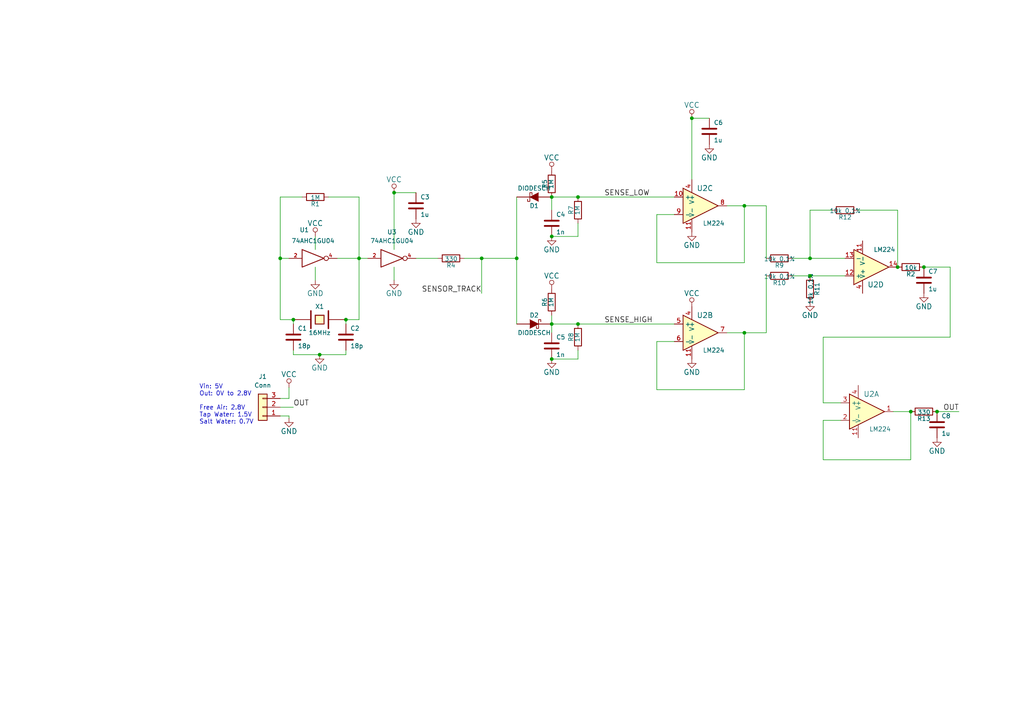
<source format=kicad_sch>
(kicad_sch (version 20211123) (generator eeschema)
  (paper "A4")
  (lib_symbols
    (symbol "74xGxx:74AHC1GU04" (pin_names (offset 1.016))
      (property "Reference" "U" (at -2.54 3.81 0))
      (property "Value" "74AHC1GU04" (at 0 -3.81 0))
      (symbol "74AHC1GU04_0_1"
        (polyline (pts (xy -3.81 2.54) (xy -3.81 -2.54) (xy 2.54 0) (xy -3.81 2.54)) (stroke (width 0.254)))
      )
      (symbol "74AHC1GU04_1_1"
        (pin input line (at -7.62 0 0) (length 3.81) (name "~") (number "2"))
        (pin power_in line (at 0 -2.54 270) (length 0) hide (name "GND") (number "3"))
        (pin output inverted (at 6.35 0 180) (length 3.81) (name "~") (number "4"))
        (pin power_in line (at 0 2.54 90) (length 0) hide (name "VCC") (number "5"))
      )
    )
    (symbol "Connector_Generic:Conn_01x03" (pin_names (offset 1.016) hide)
      (property "Reference" "J" (at 0 5.08 0))
      (property "Value" "Conn_01x03" (at 0 -5.08 0))
      (symbol "Conn_01x03_1_1"
        (rectangle (start -1.27 -2.413) (end 0 -2.667) (stroke (width 0.1524)))
        (rectangle (start -1.27 0.127) (end 0 -0.127) (stroke (width 0.1524)))
        (rectangle (start -1.27 2.667) (end 0 2.413) (stroke (width 0.1524)))
        (rectangle (start -1.27 3.81) (end 1.27 -3.81) (stroke (width 0.254)) (fill (type background)))
        (pin passive line (at -5.08 2.54 0) (length 3.81) (name "Pin_1") (number "1"))
        (pin passive line (at -5.08 0 0) (length 3.81) (name "Pin_2") (number "2"))
        (pin passive line (at -5.08 -2.54 0) (length 3.81) (name "Pin_3") (number "3"))
      )
    )
    (symbol "analog-moist-sensor-rescue:C" (pin_numbers hide) (pin_names (offset 0.254))
      (property "Reference" "C" (at 0.635 2.54 0))
      (property "Value" "C" (at 0.635 -2.54 0))
      (symbol "C_0_1"
        (polyline (pts (xy -2.032 -0.762) (xy 2.032 -0.762)) (stroke (width 0.508)))
        (polyline (pts (xy -2.032 0.762) (xy 2.032 0.762)) (stroke (width 0.508)))
      )
      (symbol "C_1_1"
        (pin passive line (at 0 3.81 270) (length 2.794) (name "~") (number "1"))
        (pin passive line (at 0 -3.81 90) (length 2.794) (name "~") (number "2"))
      )
    )
    (symbol "analog-moist-sensor-rescue:CRYSTAL" (pin_numbers hide) (pin_names (offset 1.016) hide)
      (property "Reference" "X" (at 0 3.81 0))
      (property "Value" "CRYSTAL" (at 0 -3.81 0))
      (symbol "CRYSTAL_0_1"
        (polyline (pts (xy -2.54 2.54) (xy -2.54 -2.54)) (stroke (width 0.4064)))
        (polyline (pts (xy 2.54 2.54) (xy 2.54 -2.54)) (stroke (width 0.4064)))
        (polyline (pts (xy -1.27 1.27) (xy 1.27 1.27) (xy 1.27 -1.27) (xy -1.27 -1.27) (xy -1.27 1.27)) (stroke (width 0.3048)) (fill (type background)))
      )
      (symbol "CRYSTAL_1_1"
        (pin passive line (at -7.62 0 0) (length 5.08) (name "1") (number "1"))
        (pin passive line (at 7.62 0 180) (length 5.08) (name "2") (number "2"))
      )
    )
    (symbol "analog-moist-sensor-rescue:DIODESCH" (pin_numbers hide) (pin_names (offset 1.016) hide)
      (property "Reference" "D" (at 0 2.54 0))
      (property "Value" "DIODESCH" (at 0 -2.54 0))
      (symbol "DIODESCH_0_1"
        (polyline (pts (xy -1.27 1.27) (xy 1.27 0) (xy -1.27 -1.27)) (fill (type outline)))
        (polyline (pts (xy 1.905 0.635) (xy 1.905 1.27) (xy 1.27 1.27) (xy 1.27 -1.27) (xy 0.635 -1.27) (xy 0.635 -0.635)) (stroke (width 0.2032)))
      )
      (symbol "DIODESCH_1_1"
        (pin passive line (at -5.08 0 0) (length 3.81) (name "A") (number "1"))
        (pin passive line (at 5.08 0 180) (length 3.81) (name "K") (number "2"))
      )
    )
    (symbol "analog-moist-sensor-rescue:GND" (power) (pin_names (offset 0))
      (property "Value" "GND" (at 0 -3.81 0))
      (symbol "GND_0_1"
        (polyline (pts (xy 0 0) (xy 0 -1.27) (xy 1.27 -1.27) (xy 0 -2.54) (xy -1.27 -1.27) (xy 0 -1.27)))
      )
      (symbol "GND_1_1"
        (pin power_in line (at 0 0 270) (length 0) hide (name "GND") (number "1"))
      )
    )
    (symbol "analog-moist-sensor-rescue:LM324"
      (property "Reference" "U" (at 0 5.08 0))
      (property "Value" "LM324" (at 0 -5.08 0))
      (symbol "LM324_0_1"
        (polyline (pts (xy -5.08 5.08) (xy 5.08 0) (xy -5.08 -5.08) (xy -5.08 5.08)) (stroke (width 0.254)) (fill (type background)))
        (pin power_in line (at -2.54 -7.62 90) (length 3.81) (name "V-") (number "11"))
        (pin power_in line (at -2.54 7.62 270) (length 3.81) (name "V+") (number "4"))
      )
      (symbol "LM324_1_1"
        (pin output line (at 7.62 0 180) (length 2.54) (name "~") (number "1"))
        (pin input line (at -7.62 -2.54 0) (length 2.54) (name "-") (number "2"))
        (pin input line (at -7.62 2.54 0) (length 2.54) (name "+") (number "3"))
      )
      (symbol "LM324_2_1"
        (pin input line (at -7.62 2.54 0) (length 2.54) (name "+") (number "5"))
        (pin input line (at -7.62 -2.54 0) (length 2.54) (name "-") (number "6"))
        (pin output line (at 7.62 0 180) (length 2.54) (name "~") (number "7"))
      )
      (symbol "LM324_3_1"
        (pin input line (at -7.62 2.54 0) (length 2.54) (name "+") (number "10"))
        (pin output line (at 7.62 0 180) (length 2.54) (name "~") (number "8"))
        (pin input line (at -7.62 -2.54 0) (length 2.54) (name "-") (number "9"))
      )
      (symbol "LM324_4_1"
        (pin input line (at -7.62 2.54 0) (length 2.54) (name "+") (number "12"))
        (pin input line (at -7.62 -2.54 0) (length 2.54) (name "-") (number "13"))
        (pin output line (at 7.62 0 180) (length 2.54) (name "~") (number "14"))
      )
    )
    (symbol "analog-moist-sensor-rescue:R" (pin_numbers hide) (pin_names (offset 0))
      (property "Reference" "R" (at 2.032 0 90))
      (property "Value" "R" (at 0 0 90))
      (symbol "R_0_1"
        (rectangle (start -1.016 -2.54) (end 1.016 2.54) (stroke (width 0.254)))
      )
      (symbol "R_1_1"
        (pin passive line (at 0 3.81 270) (length 1.27) (name "~") (number "1"))
        (pin passive line (at 0 -3.81 90) (length 1.27) (name "~") (number "2"))
      )
    )
    (symbol "analog-moist-sensor-rescue:VCC" (power) (pin_names (offset 0))
      (property "Value" "VCC" (at 0 3.81 0))
      (symbol "VCC_0_1"
        (polyline (pts (xy 0 0) (xy 0 1.27)))
        (circle (center 0 1.905) (radius 0.635))
      )
      (symbol "VCC_1_1"
        (pin power_in line (at 0 0 90) (length 0) hide (name "VCC") (number "1"))
      )
    )
  )
  (junction (at 160.02 68.58))
  (junction (at 160.02 104.14))
  (junction (at 85.09 92.71))
  (junction (at 267.97 77.47))
  (junction (at 104.14 74.93))
  (junction (at 167.64 93.98))
  (junction (at 200.66 34.29))
  (junction (at 81.28 74.93))
  (junction (at 234.95 80.01))
  (junction (at 271.78 119.38))
  (junction (at 160.02 93.98))
  (junction (at 160.02 57.15))
  (junction (at 215.9 59.69))
  (junction (at 260.35 77.47))
  (junction (at 215.9 96.52))
  (junction (at 234.95 74.93))
  (junction (at 92.71 102.87))
  (junction (at 139.7 74.93))
  (junction (at 264.16 119.38))
  (junction (at 114.3 55.88))
  (junction (at 100.33 92.71))
  (junction (at 149.86 74.93))
  (junction (at 167.64 57.15))
  (wire (pts (xy 160.02 93.98) (xy 167.64 93.98)))
  (wire (pts (xy 234.95 74.93) (xy 245.11 74.93)))
  (wire (pts (xy 190.5 62.23) (xy 195.58 62.23)))
  (wire (pts (xy 81.28 92.71) (xy 85.09 92.71)))
  (wire (pts (xy 260.35 60.96) (xy 260.35 77.47)))
  (wire (pts (xy 264.16 119.38) (xy 259.08 119.38)))
  (wire (pts (xy 167.64 57.15) (xy 195.58 57.15)))
  (wire (pts (xy 85.09 92.71) (xy 85.09 93.98)))
  (wire (pts (xy 234.95 60.96) (xy 241.3 60.96)))
  (wire (pts (xy 167.64 93.98) (xy 195.58 93.98)))
  (wire (pts (xy 190.5 76.2) (xy 215.9 76.2)))
  (wire (pts (xy 104.14 57.15) (xy 104.14 74.93)))
  (wire (pts (xy 83.82 112.395) (xy 83.82 115.57)))
  (wire (pts (xy 160.02 57.15) (xy 160.02 60.96)))
  (wire (pts (xy 190.5 99.06) (xy 195.58 99.06)))
  (wire (pts (xy 114.3 55.88) (xy 120.65 55.88)))
  (wire (pts (xy 238.76 97.79) (xy 238.76 116.84)))
  (wire (pts (xy 275.59 77.47) (xy 275.59 97.79)))
  (wire (pts (xy 114.3 77.47) (xy 114.3 81.28)))
  (wire (pts (xy 81.28 115.57) (xy 83.82 115.57)))
  (wire (pts (xy 81.28 74.93) (xy 81.28 92.71)))
  (wire (pts (xy 215.9 76.2) (xy 215.9 59.69)))
  (wire (pts (xy 215.9 96.52) (xy 222.25 96.52)))
  (wire (pts (xy 190.5 113.03) (xy 215.9 113.03)))
  (wire (pts (xy 139.7 74.93) (xy 139.7 85.09)))
  (wire (pts (xy 97.79 74.93) (xy 104.14 74.93)))
  (wire (pts (xy 248.92 60.96) (xy 260.35 60.96)))
  (wire (pts (xy 120.65 74.93) (xy 127 74.93)))
  (wire (pts (xy 114.3 55.88) (xy 114.3 72.39)))
  (wire (pts (xy 222.25 59.69) (xy 222.25 74.93)))
  (wire (pts (xy 104.14 74.93) (xy 104.14 92.71)))
  (wire (pts (xy 81.28 74.93) (xy 83.82 74.93)))
  (wire (pts (xy 139.7 74.93) (xy 149.86 74.93)))
  (wire (pts (xy 134.62 74.93) (xy 139.7 74.93)))
  (wire (pts (xy 167.64 68.58) (xy 160.02 68.58)))
  (wire (pts (xy 100.33 92.71) (xy 100.33 93.98)))
  (wire (pts (xy 229.87 80.01) (xy 234.95 80.01)))
  (wire (pts (xy 210.82 59.69) (xy 215.9 59.69)))
  (wire (pts (xy 222.25 96.52) (xy 222.25 80.01)))
  (wire (pts (xy 160.02 104.14) (xy 167.64 104.14)))
  (wire (pts (xy 167.64 104.14) (xy 167.64 101.6)))
  (wire (pts (xy 100.33 102.87) (xy 100.33 101.6)))
  (wire (pts (xy 160.02 91.44) (xy 160.02 93.98)))
  (wire (pts (xy 92.71 102.87) (xy 100.33 102.87)))
  (wire (pts (xy 91.44 68.58) (xy 91.44 72.39)))
  (wire (pts (xy 200.66 34.29) (xy 200.66 52.07)))
  (wire (pts (xy 160.02 57.15) (xy 167.64 57.15)))
  (wire (pts (xy 210.82 96.52) (xy 215.9 96.52)))
  (wire (pts (xy 149.86 74.93) (xy 149.86 93.98)))
  (wire (pts (xy 81.28 118.11) (xy 85.09 118.11)))
  (wire (pts (xy 234.95 80.01) (xy 245.11 80.01)))
  (wire (pts (xy 190.5 62.23) (xy 190.5 76.2)))
  (wire (pts (xy 238.76 133.35) (xy 264.16 133.35)))
  (wire (pts (xy 81.28 120.65) (xy 83.82 120.65)))
  (wire (pts (xy 81.28 57.15) (xy 81.28 74.93)))
  (wire (pts (xy 215.9 59.69) (xy 222.25 59.69)))
  (wire (pts (xy 267.97 77.47) (xy 275.59 77.47)))
  (wire (pts (xy 160.02 93.98) (xy 160.02 96.52)))
  (wire (pts (xy 85.09 102.87) (xy 92.71 102.87)))
  (wire (pts (xy 95.25 57.15) (xy 104.14 57.15)))
  (wire (pts (xy 167.64 68.58) (xy 167.64 64.77)))
  (wire (pts (xy 264.16 133.35) (xy 264.16 119.38)))
  (wire (pts (xy 104.14 92.71) (xy 100.33 92.71)))
  (wire (pts (xy 238.76 97.79) (xy 275.59 97.79)))
  (wire (pts (xy 238.76 121.92) (xy 238.76 133.35)))
  (wire (pts (xy 238.76 116.84) (xy 243.84 116.84)))
  (wire (pts (xy 83.82 121.285) (xy 83.82 120.65)))
  (wire (pts (xy 215.9 113.03) (xy 215.9 96.52)))
  (wire (pts (xy 81.28 57.15) (xy 87.63 57.15)))
  (wire (pts (xy 104.14 74.93) (xy 106.68 74.93)))
  (wire (pts (xy 234.95 74.93) (xy 234.95 60.96)))
  (wire (pts (xy 91.44 77.47) (xy 91.44 81.28)))
  (wire (pts (xy 229.87 74.93) (xy 234.95 74.93)))
  (wire (pts (xy 190.5 99.06) (xy 190.5 113.03)))
  (wire (pts (xy 238.76 121.92) (xy 243.84 121.92)))
  (wire (pts (xy 205.74 34.29) (xy 200.66 34.29)))
  (wire (pts (xy 149.86 57.15) (xy 149.86 74.93)))
  (wire (pts (xy 85.09 101.6) (xy 85.09 102.87)))
  (wire (pts (xy 271.78 119.38) (xy 278.13 119.38)))
  (text "Vin: 5V\nOut: 0V to 2.8V\n\nFree Air: 2.8V \nTap Water: 1.5V\nSalt Water: 0.7V\n" (at 57.785 123.19 0) (effects (font (size 1.27 1.27)) (justify left bottom)))
  (label "SENSOR_TRACK" (at 139.7 85.09 180) (effects (font (size 1.524 1.524))))
  (label "OUT" (at 85.09 118.11 0) (effects (font (size 1.524 1.524))))
  (label "SENSE_LOW" (at 175.26 57.15 0) (effects (font (size 1.524 1.524))))
  (label "OUT" (at 278.13 119.38 180) (effects (font (size 1.524 1.524))))
  (label "SENSE_HIGH" (at 175.26 93.98 0) (effects (font (size 1.524 1.524))))
  (symbol (lib_id "analog-moist-sensor-rescue:CRYSTAL") (at 92.71 92.71 0) (unit 1)
    (property "Reference" "X1" (at 92.71 88.9 0))
    (property "Value" "16MHz" (at 92.71 96.52 0))
    (property "Footprint" "Crystal:Crystal_SMD_HC49-SD" (effects hide))
  )
  (symbol (lib_id "analog-moist-sensor-rescue:GND") (at 91.44 81.28 0) (unit 1)
    (property "Reference" "#PWR01" (effects hide))
    (property "Value" "GND" (at 91.44 85.09 0) (effects (font (size 1.524 1.524))))
  )
  (symbol (lib_id "analog-moist-sensor-rescue:VCC") (at 91.44 68.58 0) (unit 1)
    (property "Reference" "#PWR02" (effects hide))
    (property "Value" "VCC" (at 91.44 64.77 0) (effects (font (size 1.524 1.524))))
  )
  (symbol (lib_id "analog-moist-sensor-rescue:C") (at 85.09 97.79 0) (unit 1)
    (property "Reference" "C1" (at 86.36 95.25 0) (effects (justify left)))
    (property "Value" "18p" (at 86.36 100.33 0) (effects (justify left)))
    (property "Footprint" "Capacitor_SMD:C_0603_1608Metric_Pad1.08x0.95mm_HandSolder" (effects hide))
  )
  (symbol (lib_id "analog-moist-sensor-rescue:C") (at 100.33 97.79 0) (unit 1)
    (property "Reference" "C2" (at 101.6 95.25 0) (effects (justify left)))
    (property "Value" "18p" (at 101.6 100.33 0) (effects (justify left)))
    (property "Footprint" "Capacitor_SMD:C_0603_1608Metric_Pad1.08x0.95mm_HandSolder" (effects hide))
  )
  (symbol (lib_id "analog-moist-sensor-rescue:R") (at 91.44 57.15 270) (unit 1)
    (property "Reference" "R1" (at 91.44 59.182 90))
    (property "Value" "1M" (at 91.4654 57.3278 90))
    (property "Footprint" "Resistor_SMD:R_0603_1608Metric_Pad0.98x0.95mm_HandSolder" (effects hide))
  )
  (symbol (lib_id "analog-moist-sensor-rescue:GND") (at 92.71 102.87 0) (unit 1)
    (property "Reference" "#PWR03" (effects hide))
    (property "Value" "GND" (at 92.71 106.68 0) (effects (font (size 1.524 1.524))))
  )
  (symbol (lib_id "analog-moist-sensor-rescue:VCC") (at 114.3 55.88 0) (unit 1)
    (property "Reference" "#PWR04" (effects hide))
    (property "Value" "VCC" (at 114.3 52.07 0) (effects (font (size 1.524 1.524))))
  )
  (symbol (lib_id "analog-moist-sensor-rescue:GND") (at 114.3 81.28 0) (unit 1)
    (property "Reference" "#PWR05" (effects hide))
    (property "Value" "GND" (at 114.3 85.09 0) (effects (font (size 1.524 1.524))))
  )
  (symbol (lib_id "analog-moist-sensor-rescue:C") (at 120.65 59.69 0) (unit 1)
    (property "Reference" "C3" (at 121.92 57.15 0) (effects (justify left)))
    (property "Value" "1u" (at 121.92 62.23 0) (effects (justify left)))
    (property "Footprint" "Capacitor_SMD:C_0603_1608Metric_Pad1.08x0.95mm_HandSolder" (effects hide))
  )
  (symbol (lib_id "analog-moist-sensor-rescue:GND") (at 120.65 63.5 0) (unit 1)
    (property "Reference" "#PWR06" (effects hide))
    (property "Value" "GND" (at 120.65 67.31 0) (effects (font (size 1.524 1.524))))
  )
  (symbol (lib_id "analog-moist-sensor-rescue:DIODESCH") (at 154.94 57.15 180) (unit 1)
    (property "Reference" "D1" (at 154.94 59.69 0))
    (property "Value" "DIODESCH" (at 154.94 54.61 0))
    (property "Footprint" "Diode_SMD:D_SOD-123" (effects hide))
  )
  (symbol (lib_id "analog-moist-sensor-rescue:DIODESCH") (at 154.94 93.98 0) (unit 1)
    (property "Reference" "D2" (at 154.94 91.44 0))
    (property "Value" "DIODESCH" (at 154.94 96.52 0))
    (property "Footprint" "Diode_SMD:D_SOD-123" (effects hide))
  )
  (symbol (lib_id "analog-moist-sensor-rescue:R") (at 130.81 74.93 270) (unit 1)
    (property "Reference" "R4" (at 130.81 76.962 90))
    (property "Value" "330" (at 130.8354 75.1078 90))
    (property "Footprint" "Resistor_SMD:R_0603_1608Metric_Pad0.98x0.95mm_HandSolder" (effects hide))
  )
  (symbol (lib_id "analog-moist-sensor-rescue:VCC") (at 160.02 49.53 0) (unit 1)
    (property "Reference" "#PWR07" (effects hide))
    (property "Value" "VCC" (at 160.02 45.72 0) (effects (font (size 1.524 1.524))))
  )
  (symbol (lib_id "analog-moist-sensor-rescue:R") (at 160.02 53.34 180) (unit 1)
    (property "Reference" "R5" (at 157.988 53.34 90))
    (property "Value" "1M" (at 159.8422 53.3654 90))
    (property "Footprint" "Resistor_SMD:R_0603_1608Metric_Pad0.98x0.95mm_HandSolder" (effects hide))
  )
  (symbol (lib_id "analog-moist-sensor-rescue:R") (at 167.64 97.79 180) (unit 1)
    (property "Reference" "R8" (at 165.608 97.79 90))
    (property "Value" "1M" (at 167.4622 97.8154 90))
    (property "Footprint" "Resistor_SMD:R_0603_1608Metric_Pad0.98x0.95mm_HandSolder" (effects hide))
  )
  (symbol (lib_id "analog-moist-sensor-rescue:GND") (at 160.02 104.14 0) (unit 1)
    (property "Reference" "#PWR08" (effects hide))
    (property "Value" "GND" (at 160.02 107.95 0) (effects (font (size 1.524 1.524))))
  )
  (symbol (lib_id "analog-moist-sensor-rescue:C") (at 160.02 64.77 0) (unit 1)
    (property "Reference" "C4" (at 161.29 62.23 0) (effects (justify left)))
    (property "Value" "1n" (at 161.29 67.31 0) (effects (justify left)))
    (property "Footprint" "Capacitor_SMD:C_0603_1608Metric_Pad1.08x0.95mm_HandSolder" (effects hide))
  )
  (symbol (lib_id "analog-moist-sensor-rescue:GND") (at 160.02 68.58 0) (unit 1)
    (property "Reference" "#PWR09" (effects hide))
    (property "Value" "GND" (at 160.02 72.39 0) (effects (font (size 1.524 1.524))))
  )
  (symbol (lib_id "analog-moist-sensor-rescue:R") (at 167.64 60.96 180) (unit 1)
    (property "Reference" "R7" (at 165.608 60.96 90))
    (property "Value" "1M" (at 167.4622 60.9854 90))
    (property "Footprint" "Resistor_SMD:R_0603_1608Metric_Pad0.98x0.95mm_HandSolder" (effects hide))
  )
  (symbol (lib_id "analog-moist-sensor-rescue:C") (at 160.02 100.33 0) (unit 1)
    (property "Reference" "C5" (at 161.29 97.79 0) (effects (justify left)))
    (property "Value" "1n" (at 161.29 102.87 0) (effects (justify left)))
    (property "Footprint" "Capacitor_SMD:C_0603_1608Metric_Pad1.08x0.95mm_HandSolder" (effects hide))
  )
  (symbol (lib_id "analog-moist-sensor-rescue:R") (at 160.02 87.63 180) (unit 1)
    (property "Reference" "R6" (at 157.988 87.63 90))
    (property "Value" "1M" (at 159.8422 87.6554 90))
    (property "Footprint" "Resistor_SMD:R_0603_1608Metric_Pad0.98x0.95mm_HandSolder" (effects hide))
  )
  (symbol (lib_id "analog-moist-sensor-rescue:VCC") (at 160.02 83.82 0) (unit 1)
    (property "Reference" "#PWR010" (effects hide))
    (property "Value" "VCC" (at 160.02 80.01 0) (effects (font (size 1.524 1.524))))
  )
  (symbol (lib_id "analog-moist-sensor-rescue:VCC") (at 200.66 34.29 0) (unit 1)
    (property "Reference" "#PWR016" (effects hide))
    (property "Value" "VCC" (at 200.66 30.48 0) (effects (font (size 1.524 1.524))))
  )
  (symbol (lib_id "analog-moist-sensor-rescue:C") (at 205.74 38.1 0) (unit 1)
    (property "Reference" "C6" (at 207.01 35.56 0) (effects (justify left)))
    (property "Value" "1u" (at 207.01 40.64 0) (effects (justify left)))
    (property "Footprint" "Capacitor_SMD:C_0603_1608Metric_Pad1.08x0.95mm_HandSolder" (effects hide))
  )
  (symbol (lib_id "analog-moist-sensor-rescue:GND") (at 205.74 41.91 0) (unit 1)
    (property "Reference" "#PWR017" (effects hide))
    (property "Value" "GND" (at 205.74 45.72 0) (effects (font (size 1.524 1.524))))
  )
  (symbol (lib_id "analog-moist-sensor-rescue:GND") (at 200.66 67.31 0) (unit 1)
    (property "Reference" "#PWR018" (effects hide))
    (property "Value" "GND" (at 200.66 71.12 0) (effects (font (size 1.524 1.524))))
  )
  (symbol (lib_id "analog-moist-sensor-rescue:GND") (at 200.66 104.14 0) (unit 1)
    (property "Reference" "#PWR019" (effects hide))
    (property "Value" "GND" (at 200.66 107.95 0) (effects (font (size 1.524 1.524))))
  )
  (symbol (lib_id "analog-moist-sensor-rescue:VCC") (at 200.66 88.9 0) (unit 1)
    (property "Reference" "#PWR020" (effects hide))
    (property "Value" "VCC" (at 200.66 85.09 0) (effects (font (size 1.524 1.524))))
  )
  (symbol (lib_id "analog-moist-sensor-rescue:LM324") (at 203.2 96.52 0) (unit 2)
    (property "Reference" "U2" (at 204.47 91.44 0) (effects (font (size 1.524 1.524))))
    (property "Value" "LM224" (at 207.01 101.6 0))
    (property "Footprint" "Package_SO:SO-14_5.3x10.2mm_P1.27mm" (effects hide))
  )
  (symbol (lib_id "analog-moist-sensor-rescue:LM324") (at 252.73 77.47 0) (mirror x) (unit 4)
    (property "Reference" "U2" (at 254 82.55 0) (effects (font (size 1.524 1.524))))
    (property "Value" "LM224" (at 256.54 72.39 0))
    (property "Footprint" "Package_SO:SO-14_5.3x10.2mm_P1.27mm" (effects hide))
  )
  (symbol (lib_id "analog-moist-sensor-rescue:LM324") (at 251.46 119.38 0) (unit 1)
    (property "Reference" "U2" (at 252.73 114.3 0) (effects (font (size 1.524 1.524))))
    (property "Value" "LM224" (at 255.27 124.46 0))
    (property "Footprint" "Package_SO:SO-14_5.3x10.2mm_P1.27mm" (effects hide))
  )
  (symbol (lib_id "analog-moist-sensor-rescue:LM324") (at 203.2 59.69 0) (unit 3)
    (property "Reference" "U2" (at 204.47 54.61 0) (effects (font (size 1.524 1.524))))
    (property "Value" "LM224" (at 207.01 64.77 0))
    (property "Footprint" "Package_SO:SO-14_5.3x10.2mm_P1.27mm" (effects hide))
  )
  (symbol (lib_id "analog-moist-sensor-rescue:R") (at 226.06 74.93 270) (unit 1)
    (property "Reference" "R9" (at 226.06 76.962 90))
    (property "Value" "10k 0.1%" (at 226.0854 75.1078 90))
    (property "Footprint" "Resistor_SMD:R_0603_1608Metric_Pad0.98x0.95mm_HandSolder" (effects hide))
  )
  (symbol (lib_id "analog-moist-sensor-rescue:R") (at 226.06 80.01 270) (unit 1)
    (property "Reference" "R10" (at 226.06 82.042 90))
    (property "Value" "10k 0.1%" (at 226.0854 80.1878 90))
    (property "Footprint" "Resistor_SMD:R_0603_1608Metric_Pad0.98x0.95mm_HandSolder" (effects hide))
  )
  (symbol (lib_id "analog-moist-sensor-rescue:R") (at 234.95 83.82 0) (unit 1)
    (property "Reference" "R11" (at 236.982 83.82 90))
    (property "Value" "10k 0.1%" (at 235.1278 83.7946 90))
    (property "Footprint" "Resistor_SMD:R_0603_1608Metric_Pad0.98x0.95mm_HandSolder" (effects hide))
  )
  (symbol (lib_id "analog-moist-sensor-rescue:GND") (at 234.95 87.63 0) (unit 1)
    (property "Reference" "#PWR021" (effects hide))
    (property "Value" "GND" (at 234.95 91.44 0) (effects (font (size 1.524 1.524))))
  )
  (symbol (lib_id "analog-moist-sensor-rescue:R") (at 245.11 60.96 270) (unit 1)
    (property "Reference" "R12" (at 245.11 62.992 90))
    (property "Value" "10k 0.1%" (at 245.1354 61.1378 90))
    (property "Footprint" "Resistor_SMD:R_0603_1608Metric_Pad0.98x0.95mm_HandSolder" (effects hide))
  )
  (symbol (lib_id "analog-moist-sensor-rescue:R") (at 267.97 119.38 270) (unit 1)
    (property "Reference" "R13" (at 267.97 121.412 90))
    (property "Value" "330" (at 267.9954 119.5578 90))
    (property "Footprint" "Resistor_SMD:R_0603_1608Metric_Pad0.98x0.95mm_HandSolder" (effects hide))
  )
  (symbol (lib_id "analog-moist-sensor-rescue:R") (at 264.16 77.47 270) (unit 1)
    (property "Reference" "R2" (at 264.16 79.502 90))
    (property "Value" "10k" (at 264.1854 77.6478 90))
    (property "Footprint" "Resistor_SMD:R_0603_1608Metric_Pad0.98x0.95mm_HandSolder" (effects hide))
  )
  (symbol (lib_id "analog-moist-sensor-rescue:C") (at 267.97 81.28 0) (unit 1)
    (property "Reference" "C7" (at 269.24 78.74 0) (effects (justify left)))
    (property "Value" "1u" (at 269.24 83.82 0) (effects (justify left)))
    (property "Footprint" "Capacitor_SMD:C_0603_1608Metric_Pad1.08x0.95mm_HandSolder" (effects hide))
  )
  (symbol (lib_id "analog-moist-sensor-rescue:GND") (at 267.97 85.09 0) (unit 1)
    (property "Reference" "#PWR022" (effects hide))
    (property "Value" "GND" (at 267.97 88.9 0) (effects (font (size 1.524 1.524))))
  )
  (symbol (lib_id "analog-moist-sensor-rescue:C") (at 271.78 123.19 0) (unit 1)
    (property "Reference" "C8" (at 273.05 120.65 0) (effects (justify left)))
    (property "Value" "1u" (at 273.05 125.73 0) (effects (justify left)))
    (property "Footprint" "Capacitor_SMD:C_0603_1608Metric_Pad1.08x0.95mm_HandSolder" (effects hide))
  )
  (symbol (lib_id "analog-moist-sensor-rescue:GND") (at 271.78 127 0) (unit 1)
    (property "Reference" "#PWR023" (effects hide))
    (property "Value" "GND" (at 271.78 130.81 0) (effects (font (size 1.524 1.524))))
  )
  (symbol (lib_id "analog-moist-sensor-rescue:GND") (at 83.82 121.285 0) (unit 1)
    (property "Reference" "#PWR0101" (effects hide))
    (property "Value" "GND" (at 83.82 125.095 0) (effects (font (size 1.524 1.524))))
  )
  (symbol (lib_id "analog-moist-sensor-rescue:VCC") (at 83.82 112.395 0) (unit 1)
    (property "Reference" "#PWR0102" (effects hide))
    (property "Value" "VCC" (at 83.82 108.585 0) (effects (font (size 1.524 1.524))))
  )
  (symbol (lib_id "74xGxx:74AHC1GU04") (at 91.44 74.93 0) (unit 1)
    (property "Reference" "U1" (at 88.265 66.675 0))
    (property "Value" "74AHC1GU04" (at 90.805 69.85 0))
    (property "Footprint" "Package_TO_SOT_SMD:SOT-353_SC-70-5_Handsoldering" (effects hide))
    (property "Datasheet" "http://www.ti.com/lit/sg/scyt129e/scyt129e.pdf" (effects hide))
  )
  (symbol (lib_id "Connector_Generic:Conn_01x03") (at 76.2 118.11 180) (unit 1)
    (property "Reference" "J1" (at 76.2 109.22 0))
    (property "Value" "Conn" (at 76.2 111.76 0))
    (property "Footprint" "Connector_PinHeader_2.54mm:PinHeader_1x03_P2.54mm_Horizontal" (effects hide))
  )
  (symbol (lib_id "74xGxx:74AHC1GU04") (at 114.3 74.93 0) (unit 1)
    (property "Reference" "U3" (at 113.665 67.31 0))
    (property "Value" "74AHC1GU04" (at 113.665 69.85 0))
    (property "Footprint" "Package_TO_SOT_SMD:SOT-353_SC-70-5_Handsoldering" (effects hide))
    (property "Datasheet" "http://www.ti.com/lit/sg/scyt129e/scyt129e.pdf" (effects hide))
  )
)
</source>
